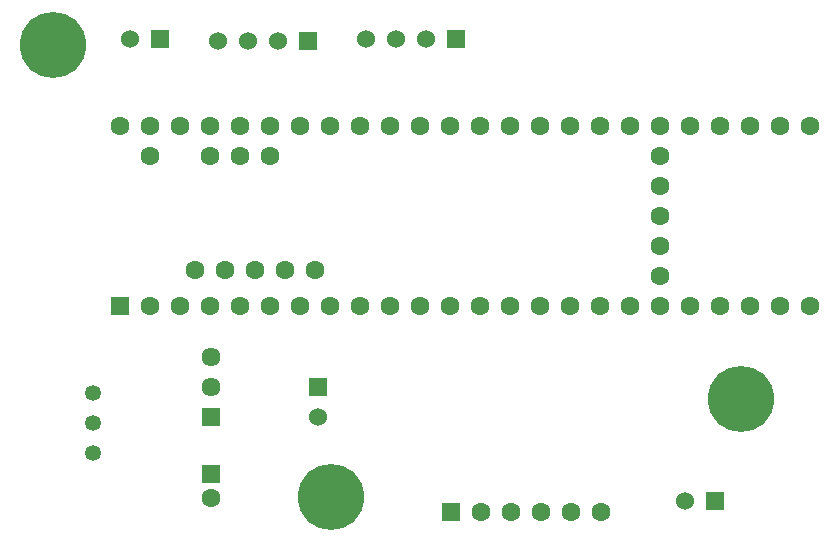
<source format=gbr>
%TF.GenerationSoftware,KiCad,Pcbnew,8.0.2*%
%TF.CreationDate,2024-06-16T16:36:44+02:00*%
%TF.ProjectId,Screen Control,53637265-656e-4204-936f-6e74726f6c2e,rev?*%
%TF.SameCoordinates,Original*%
%TF.FileFunction,Soldermask,Bot*%
%TF.FilePolarity,Negative*%
%FSLAX46Y46*%
G04 Gerber Fmt 4.6, Leading zero omitted, Abs format (unit mm)*
G04 Created by KiCad (PCBNEW 8.0.2) date 2024-06-16 16:36:44*
%MOMM*%
%LPD*%
G01*
G04 APERTURE LIST*
%ADD10R,1.610000X1.610000*%
%ADD11C,1.610000*%
%ADD12C,5.600000*%
%ADD13R,1.530000X1.530000*%
%ADD14C,1.530000*%
%ADD15C,1.350000*%
%ADD16R,1.600000X1.600000*%
%ADD17C,1.600000*%
G04 APERTURE END LIST*
D10*
%TO.C,J7*%
X129590800Y-93624400D03*
D11*
X129590800Y-91084400D03*
X129590800Y-88544400D03*
%TD*%
D12*
%TO.C,*%
X139776200Y-100380800D03*
%TD*%
D13*
%TO.C,J2*%
X138633200Y-91084400D03*
D14*
X138633200Y-93624400D03*
%TD*%
D13*
%TO.C,J4*%
X137795000Y-61747400D03*
D14*
X135255000Y-61747400D03*
X132715000Y-61747400D03*
X130175000Y-61747400D03*
%TD*%
D15*
%TO.C,PS1*%
X119561600Y-96668200D03*
X119561600Y-94128200D03*
X119561600Y-91588200D03*
%TD*%
D12*
%TO.C,*%
X174421800Y-92075000D03*
%TD*%
D16*
%TO.C,C1*%
X129540000Y-98425000D03*
D17*
X129540000Y-100425000D03*
%TD*%
D13*
%TO.C,J1*%
X150317200Y-61645800D03*
D14*
X147777200Y-61645800D03*
X145237200Y-61645800D03*
X142697200Y-61645800D03*
%TD*%
D12*
%TO.C,*%
X116205000Y-62153800D03*
%TD*%
D13*
%TO.C,J5*%
X125298200Y-61645800D03*
D14*
X122758200Y-61645800D03*
%TD*%
D13*
%TO.C,J6*%
X172212000Y-100761800D03*
D14*
X169672000Y-100761800D03*
%TD*%
D16*
%TO.C,T1*%
X149936200Y-101625400D03*
D17*
X152476200Y-101625400D03*
X155016200Y-101625400D03*
X157556200Y-101625400D03*
X160096200Y-101625400D03*
X162636200Y-101625400D03*
%TD*%
D16*
%TO.C,U1*%
X121908581Y-84170000D03*
D17*
X124448581Y-84170000D03*
X126988581Y-84170000D03*
X129528581Y-84170000D03*
X132068581Y-84170000D03*
X134608581Y-84170000D03*
X137148581Y-84170000D03*
X139688581Y-84170000D03*
X142228581Y-84170000D03*
X144768581Y-84170000D03*
X147308581Y-84170000D03*
X149848581Y-84170000D03*
X152388581Y-84170000D03*
X154928581Y-84170000D03*
X157468581Y-84170000D03*
X160008581Y-84170000D03*
X162548581Y-84170000D03*
X165088581Y-84170000D03*
X167628581Y-84170000D03*
X170168581Y-84170000D03*
X172708581Y-84170000D03*
X175248581Y-84170000D03*
X177788581Y-84170000D03*
X180328581Y-84170000D03*
X167628581Y-81630000D03*
X167628581Y-79090000D03*
X167628581Y-76550000D03*
X167628581Y-74010000D03*
X167628581Y-71470000D03*
X180328581Y-68930000D03*
X177788581Y-68930000D03*
X175248581Y-68930000D03*
X172708581Y-68930000D03*
X170168581Y-68930000D03*
X167628581Y-68930000D03*
X165088581Y-68930000D03*
X162548581Y-68930000D03*
X160008581Y-68930000D03*
X157468581Y-68930000D03*
X154928581Y-68930000D03*
X152388581Y-68930000D03*
X149848581Y-68930000D03*
X147308581Y-68930000D03*
X144768581Y-68930000D03*
X142228581Y-68930000D03*
X139688581Y-68930000D03*
X137148581Y-68930000D03*
X134608581Y-68930000D03*
X132068581Y-68930000D03*
X129528581Y-68930000D03*
X126988581Y-68930000D03*
X124448581Y-68930000D03*
X121908581Y-68930000D03*
X124448581Y-71470000D03*
X129528581Y-71470000D03*
X132068581Y-71470000D03*
X134608581Y-71470000D03*
X128258581Y-81170000D03*
X130798581Y-81170000D03*
X133338581Y-81170000D03*
X135878581Y-81170000D03*
X138418581Y-81170000D03*
%TD*%
M02*

</source>
